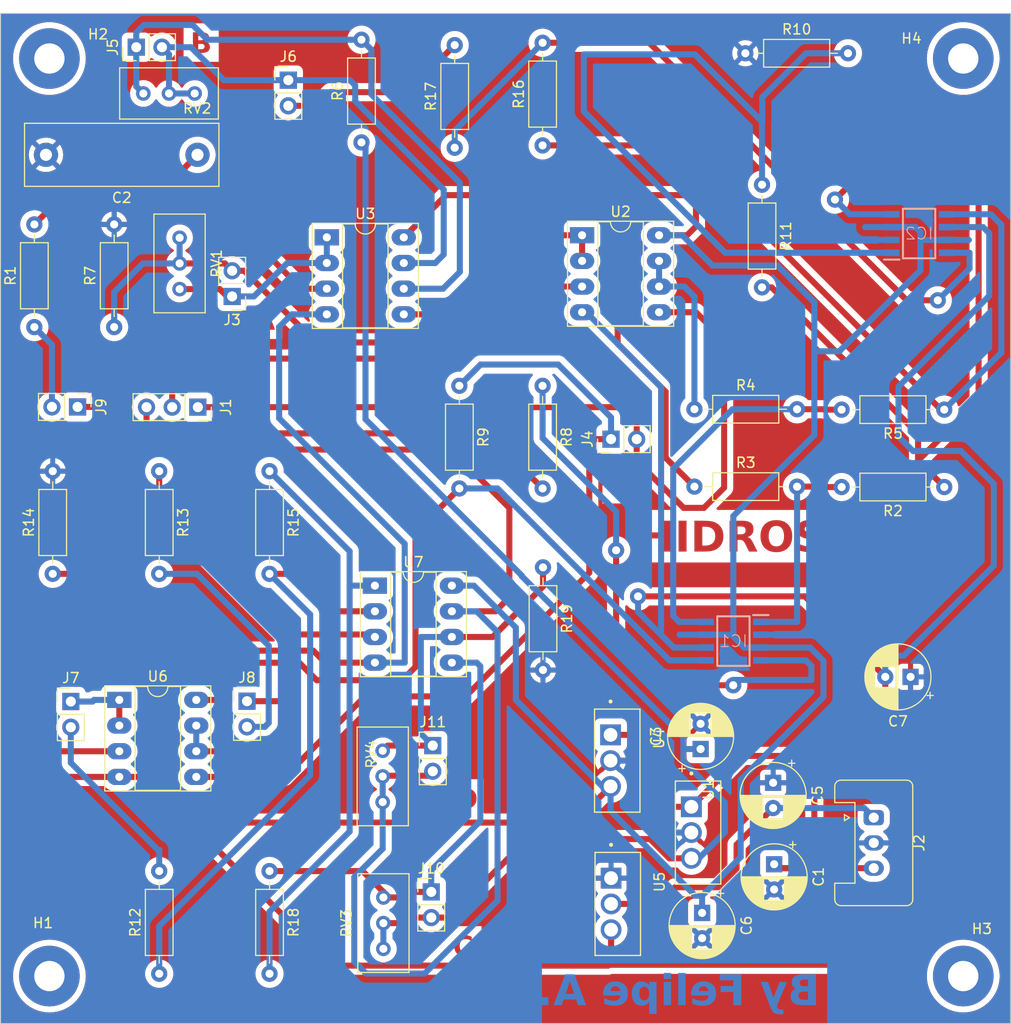
<source format=kicad_pcb>
(kicad_pcb (version 20221018) (generator pcbnew)
  (layers (0 "F.Cu" signal) (31 "B.Cu" signal) (34 "B.Paste" user) (35 "F.Paste" user) (36 "B.SilkS" user "B.Silkscreen") (37 "F.SilkS" user "F.Silkscreen") (38 "B.Mask" user) (39 "F.Mask" user) (44 "Edge.Cuts" user))
  (net 0 "")
  (net 1 "+12V")
  (net 2 "GND")
  (net 3 "Net-(U3A-+)")
  (net 4 "+5V")
  (net 5 "-12V")
  (net 6 "+9V")
  (net 7 "-9V")
  (net 8 "Net-(IC1-IN+)")
  (net 9 "Net-(IC1-OUT-)")
  (net 10 "Net-(IC1-OUT+)")
  (net 11 "Net-(IC1-IN-)")
  (net 12 "Net-(IC2-IN+)")
  (net 13 "VS-{slash}2")
  (net 14 "VS+{slash}2")
  (net 15 "Net-(IC2-IN-)")
  (net 16 "Net-(J1-Pin_1)")
  (net 17 "Net-(J1-Pin_2)")
  (net 18 "Net-(J1-Pin_3)")
  (net 19 "Net-(J3-Pin_1)")
  (net 20 "Net-(J3-Pin_2)")
  (net 21 "Net-(J4-Pin_1)")
  (net 22 "Net-(J5-Pin_1)")
  (net 23 "Net-(J5-Pin_2)")
  (net 24 "VS+")
  (net 25 "Net-(J7-Pin_1)")
  (net 26 "Net-(J7-Pin_2)")
  (net 27 "Net-(J8-Pin_1)")
  (net 28 "Net-(J8-Pin_2)")
  (net 29 "A0")
  (net 30 "A9")
  (net 31 "Net-(J10-Pin_1)")
  (net 32 "Net-(J11-Pin_1)")
  (net 33 "Net-(U2A--)")
  (net 34 "Net-(U2B--)")
  (net 35 "Net-(U7A--)")
  (net 36 "Net-(U7A-+)")
  (net 37 "Net-(R15-Pad1)")
  (footprint "Package_DIP:DIP-8_W7.62mm_Socket_LongPads" (layer "F.Cu") (at 105.7 114.49)
    (fp_text reference "U6")
    (fp_text value "TL072")
  )
  (footprint "Capacitor_THT:CP_Radial_D6.3mm_P2.50mm" (layer "F.Cu") (at 163.39 135.57 -90)
    (fp_text reference "C6")
    (fp_text value "0.1uF")
  )
  (footprint "Capacitor_THT:C_Rect_L19.0mm_W6.0mm_P15.00mm_MKS4" (layer "F.Cu") (at 113.44 60.54 180)
    (fp_text reference "C2")
    (fp_text value "470nF")
  )
  (footprint "MountingHole:MountingHole_3mm_Pad" (layer "F.Cu") (at 98.78 141.82)
    (fp_text reference "H1")
    (fp_text value "MountingHole")
  )
  (footprint "Resistor_THT:R_Axial_DIN0207_L6.3mm_D2.5mm_P10.16mm_Horizontal" (layer "F.Cu") (at 162.63 93.38)
    (fp_text reference "R3")
    (fp_text value "2K2")
  )
  (footprint "Potentiometer_THT:Potentiometer_Bourns_3296W_Vertical" (layer "F.Cu") (at 131.84 134.04 90)
    (fp_text reference "RV3")
    (fp_text value "R_Potentiometer_Trim" hide)
  )
  (footprint "Resistor_THT:R_Axial_DIN0207_L6.3mm_D2.5mm_P10.16mm_Horizontal" (layer "F.Cu") (at 138.9 59.84 90)
    (fp_text reference "R17")
    (fp_text value "1k")
  )
  (footprint "Resistor_THT:R_Axial_DIN0207_L6.3mm_D2.5mm_P10.16mm_Horizontal" (layer "F.Cu") (at 187.36 93.42 180)
    (fp_text reference "R2")
    (fp_text value "2K2")
  )
  (footprint "Package_DIP:DIP-8_W7.62mm_Socket_LongPads" (layer "F.Cu") (at 151.51 68.5)
    (fp_text reference "U2")
    (fp_text value "TL072")
  )
  (footprint "Resistor_THT:R_Axial_DIN0207_L6.3mm_D2.5mm_P10.16mm_Horizontal" (layer "F.Cu") (at 147.6 59.61 90)
    (fp_text reference "R16")
    (fp_text value "1k")
  )
  (footprint "Connector_PinHeader_2.54mm:PinHeader_1x02_P2.54mm_Vertical" (layer "F.Cu") (at 107.38 49.89 90)
    (fp_text reference "J5")
    (fp_text value "Conn_01x02")
  )
  (footprint "Potentiometer_THT:Potentiometer_Bourns_3296W_Vertical" (layer "F.Cu") (at 108.08 54.47 180)
    (fp_text reference "RV2")
    (fp_text value "R_Potentiometer_Trim")
  )
  (footprint "Resistor_THT:R_Axial_DIN0207_L6.3mm_D2.5mm_P10.16mm_Horizontal" (layer "F.Cu") (at 187.36 85.76 180)
    (fp_text reference "R5")
    (fp_text value "2K2")
  )
  (footprint "MountingHole:MountingHole_3mm_Pad" (layer "F.Cu") (at 98.78 51.01)
    (fp_text reference "H2")
    (fp_text value "MountingHole")
  )
  (footprint "Connector_Stocko:Stocko_MKS_1653-6-0-303_1x3_P2.50mm_Vertical" (layer "F.Cu") (at 180.38 126.14 -90)
    (fp_text reference "J2")
    (fp_text value "Conn_01x03")
  )
  (footprint "l7805:TO255P1020X450X2000-3" (layer "F.Cu") (at 162.99 127.6175 -90)
    (fp_text reference "U1")
    (fp_text value "L7805")
  )
  (footprint "l7805:TO255P1020X450X2000-3" (layer "F.Cu") (at 154.99 120.4975 -90)
    (fp_text reference "U4")
    (fp_text value "L7809")
  )
  (footprint "Connector_PinHeader_2.54mm:PinHeader_1x02_P2.54mm_Vertical" (layer "F.Cu") (at 136.73 119.01)
    (fp_text reference "J11")
    (fp_text value "Conn_01x02" hide)
  )
  (footprint "Resistor_THT:R_Axial_DIN0207_L6.3mm_D2.5mm_P10.16mm_Horizontal" (layer "F.Cu") (at 147.64 101.37 -90)
    (fp_text reference "R19")
    (fp_text value "1K")
  )
  (footprint "Resistor_THT:R_Axial_DIN0207_L6.3mm_D2.5mm_P10.16mm_Horizontal" (layer "F.Cu") (at 167.67 50.49)
    (fp_text reference "R10")
    (fp_text value "1k")
  )
  (footprint "Resistor_THT:R_Axial_DIN0207_L6.3mm_D2.5mm_P10.16mm_Horizontal" (layer "F.Cu") (at 120.57 91.85 -90)
    (fp_text reference "R15")
    (fp_text value "1K")
  )
  (footprint "MountingHole:MountingHole_3mm_Pad" (layer "F.Cu") (at 189.24 51.01)
    (fp_text reference "H4")
    (fp_text value "MountingHole")
  )
  (footprint "Connector_PinHeader_2.54mm:PinHeader_1x02_P2.54mm_Vertical" (layer "F.Cu") (at 100.9 114.65)
    (fp_text reference "J7")
    (fp_text value "Conn_01x02" hide)
  )
  (footprint "Resistor_THT:R_Axial_DIN0207_L6.3mm_D2.5mm_P10.16mm_Horizontal" (layer "F.Cu") (at 97.29 77.59 90)
    (fp_text reference "R1")
    (fp_text value "10K")
  )
  (footprint "Resistor_THT:R_Axial_DIN0207_L6.3mm_D2.5mm_P10.16mm_Horizontal" (layer "F.Cu") (at 147.6 83.4 -90)
    (fp_text reference "R8")
    (fp_text value "2K2")
  )
  (footprint "Connector_PinHeader_2.54mm:PinHeader_1x02_P2.54mm_Vertical" (layer "F.Cu") (at 122.43 53.15)
    (fp_text reference "J6")
    (fp_text value "Conn_01x02")
  )
  (footprint "Resistor_THT:R_Axial_DIN0207_L6.3mm_D2.5mm_P10.16mm_Horizontal" (layer "F.Cu") (at 169.32 63.5 -90)
    (fp_text reference "R11")
    (fp_text value "1k")
  )
  (footprint "Resistor_THT:R_Axial_DIN0207_L6.3mm_D2.5mm_P10.16mm_Horizontal" (layer "F.Cu") (at 109.65 141.59 90)
    (fp_text reference "R12")
    (fp_text value "1K")
  )
  (footprint "Resistor_THT:R_Axial_DIN0207_L6.3mm_D2.5mm_P10.16mm_Horizontal" (layer "F.Cu") (at 99.11 102.01 90)
    (fp_text reference "R14")
    (fp_text value "1K")
  )
  (footprint "MountingHole:MountingHole_3mm_Pad" (layer "F.Cu") (at 189.24 141.82)
    (fp_text reference "H3")
    (fp_text value "MountingHole")
  )
  (footprint "Resistor_THT:R_Axial_DIN0207_L6.3mm_D2.5mm_P10.16mm_Horizontal" (layer "F.Cu") (at 120.57 131.43 -90)
    (fp_text reference "R18")
    (fp_text value "1K")
  )
  (footprint "Resistor_THT:R_Axial_DIN0207_L6.3mm_D2.5mm_P10.16mm_Horizontal" (layer "F.Cu") (at 162.63 85.72)
    (fp_text reference "R4")
    (fp_text value "2K2")
  )
  (footprint "Resistor_THT:R_Axial_DIN0207_L6.3mm_D2.5mm_P10.16mm_Horizontal" (layer "F.Cu") (at 105.19 77.59 90)
    (fp_text reference "R7")
    (fp_text value "1K")
  )
  (footprint "Capacitor_THT:CP_Radial_D6.3mm_P2.50mm" (layer "F.Cu") (at 170.42 122.69 -90)
    (fp_text reference "C5")
    (fp_text value "0.33uF")
  )
  (footprint "Resistor_THT:R_Axial_DIN0207_L6.3mm_D2.5mm_P10.16mm_Horizontal" (layer "F.Cu") (at 129.67 59.31 90)
    (fp_text reference "R6")
    (fp_text value "1K")
  )
  (footprint "Package_DIP:DIP-8_W7.62mm_Socket_LongPads" (layer "F.Cu") (at 131 103.18)
    (fp_text reference "U7")
    (fp_text value "TL072")
  )
  (footprint "l7805:TO255P1020X450X2000-3" (layer "F.Cu") (at 155.0425 134.68 -90)
    (fp_text reference "U5")
    (fp_text value "L7909")
  )
  (footprint "Potentiometer_THT:Potentiometer_Bourns_3296W_Vertical" (layer "F.Cu") (at 131.77 119.52 90)
    (fp_text reference "RV4")
    (fp_text value "R_Potentiometer_Trim" hide)
  )
  (footprint "Capacitor_THT:CP_Radial_D6.3mm_P2.50mm" (layer "F.Cu") (at 184.0224 112.21 180)
    (fp_text reference "C7")
    (fp_text value "0.1uF")
  )
  (footprint "Capacitor_THT:CP_Radial_D6.3mm_P2.50mm" (layer "F.Cu") (at 170.52 130.75 -90)
    (fp_text reference "C1")
    (fp_text value "0.33uF")
  )
  (footprint "Capacitor_THT:CP_Radial_D6.3mm_P2.50mm" (layer "F.Cu") (at 163.24 119.35 90)
    (fp_text reference "C3")
    (fp_text value "0.1uF")
  )
  (footprint "Connector_PinHeader_2.54mm:PinHeader_1x02_P2.54mm_Vertical" (layer "F.Cu") (at 116.87 74.555 180)
    (fp_text reference "J3")
    (fp_text value "Conn_01x02" hide)
  )
  (footprint "Connector_PinHeader_2.54mm:PinHeader_1x02_P2.54mm_Vertical" (layer "F.Cu") (at 118.34 114.615)
    (fp_text reference "J8")
    (fp_text value "Conn_01x02" hide)
  )
  (footprint "Connector_PinSocket_2.54mm:PinSocket_1x03_P2.54mm_Vertical" (layer "F.Cu") (at 113.475 85.515 -90)
    (fp_text reference "J1")
    (fp_text value "Conn_01x03" hide)
  )
  (footprint "Package_DIP:DIP-8_W7.62mm_Socket_LongPads" (layer "F.Cu") (at 126.24 68.71)
    (fp_text reference "U3")
    (fp_text value "TL072")
  )
  (footprint "Potentiometer_THT:Potentiometer_Bourns_3296W_Vertical" (layer "F.Cu") (at 111.67 73.83 -90)
    (fp_text reference "RV1")
    (fp_text value "R_Potentiometer_Trim" hide)
  )
  (footprint "Resistor_THT:R_Axial_DIN0207_L6.3mm_D2.5mm_P10.16mm_Horizontal" (layer "F.Cu") (at 139.36 83.4 -90)
    (fp_text reference "R9")
    (fp_text value "2K2")
  )
  (footprint "Connector_PinHeader_2.54mm:PinHeader_1x02_P2.54mm_Vertical" (layer "F.Cu") (at 154.375 88.68 90)
    (fp_text reference "J4")
    (fp_text value "Conn_01x02" hide)
  )
  (footprint "Connector_PinHeader_2.54mm:PinHeader_1x02_P2.54mm_Vertical" (layer "F.Cu") (at 101.57 85.49 -90)
    (fp_text reference "J9")
    (fp_text value "Conn_01x02" hide)
  )
  (footprint "Resistor_THT:R_Axial_DIN0207_L6.3mm_D2.5mm_P10.16mm_Horizontal" (layer "F.Cu") (at 109.65 91.85 -90)
    (fp_text reference "R13")
    (fp_text value "1K")
  )
  (footprint "Connector_PinHeader_2.54mm:PinHeader_1x02_P2.54mm_Vertical" (layer "F.Cu") (at 136.58 133.49)
    (fp_text reference "J10")
    (fp_text value "Conn_01x02" hide)
  )
  (footprint "THP210DR:SOIC127P600X175-8N" (layer "B.Cu") (at 166.49 108.67 180)
    (fp_text reference "IC1")
    (fp_text value "THP210DR")
  )
  (footprint "THP210DR:SOIC127P600X175-8N" (layer "B.Cu") (at 184.87 68.33)
    (fp_text reference "IC2")
    (fp_text value "THP210DR")
  )
  (gr_rect (start 93.94 46.53) (end 193.94 146.53) (stroke (width 0.1)) (fill none) (layer "Edge.Cuts"))
  (gr_text "RE" (at 108.68 80.3) (layer "F.Cu") (effects (font (size 2 2) (thickness 0.3) bold) (justify left bottom)))
  (gr_text "A" (at 118.96 78.19) (layer "F.Cu") (effects (font (size 2 2) (thickness 0.3) bold) (justify left bottom)))
  (gr_text "D" (at 138.89 125.6) (layer "F.Cu") (effects (font (size 2 2) (thickness 0.3) bold) (justify left bottom)))
  (gr_text "B" (at 112.73 50.79) (layer "F.Cu") (effects (font (size 2 2) (thickness 0.3) bold) (justify left bottom)))
  (gr_text "A9|A0\n" (at 96.21 89.88) (layer "F.Cu") (effects (font (size 2 2) (thickness 0.3) bold) (justify left bottom)))
  (gr_text "VS" (at 120.71 61.29) (layer "F.Cu") (effects (font (size 2 2) (thickness 0.3) bold) (justify left bottom)))
  (gr_text "iR\n" (at 154.22 94.47) (layer "F.Cu") (effects (font (size 2 2) (thickness 0.3) bold) (justify left bottom)))
  (gr_text "AE" (at 104.31 83.76) (layer "F.Cu") (effects (font (size 2 2) (thickness 0.3) bold) (justify left bottom)))
  (gr_text "WE\n" (at 113.76 83.81) (layer "F.Cu") (effects (font (size 2 2) (thickness 0.3) bold) (justify left bottom)))
  (gr_text "HIDROSENS" (at 157.16 100.32) (layer "F.Cu") (effects (font (size 3 3) (thickness 0.3) bold) (justify left bottom)))
  (gr_text "C" (at 138.71 140.2) (layer "F.Cu") (effects (font (size 2 2) (thickness 0.3) bold) (justify left bottom)))
  (gr_text "By Felipe A.S" (at 175.05 145.21) (layer "B.Cu") (effects (font (size 3 3) (thickness 0.3) bold) (justify left bottom mirror)))
  (segment (start 167.365 120.03) (end 162.3275 125.0675) (width 0.6) (layer "F.Cu") (net 1))
  (segment (start 170.91 131.14) (end 174.5 131.14) (width 0.6) (layer "F.Cu") (net 1))
  (segment (start 170.91 131.14) (end 170.52 130.75) (width 0.6) (layer "F.Cu") (net 1))
  (segment (start 156.2775 117.9475) (end 158.95 120.62) (width 0.6) (layer "F.Cu") (net 1))
  (segment (start 180.38 131.14) (end 170.91 131.14) (width 0.6) (layer "F.Cu") (net 1))
  (segment (start 174.5 131.14) (end 174.5 121.29) (width 0.6) (layer "F.Cu") (net 1))
  (segment (start 174.5 121.29) (end 173.24 120.03) (width 0.6) (layer "F.Cu") (net 1))
  (segment (start 158.95 120.62) (end 158.95 123.85) (width 0.6) (layer "F.Cu") (net 1))
  (segment (start 154.3275 117.9475) (end 156.2775 117.9475) (width 0.6) (layer "F.Cu") (net 1))
  (segment (start 173.24 120.03) (end 167.365 120.03) (width 0.6) (layer "F.Cu") (net 1))
  (segment (start 160.1675 125.0675) (end 162.3275 125.0675) (width 0.6) (layer "F.Cu") (net 1))
  (segment (start 158.95 123.85) (end 160.1675 125.0675) (width 0.6) (layer "F.Cu") (net 1))
  (segment (start 169.201 108.035) (end 170.8669 108.035) (width 0.6) (layer "B.Cu") (net 2))
  (segment (start 154.3275 120.4975) (end 157.1475 120.4975) (width 0.6) (layer "B.Cu") (net 2))
  (segment (start 162.3275 127.6175) (end 159.3675 127.6175) (width 0.6) (layer "B.Cu") (net 2))
  (segment (start 157.1475 120.4975) (end 157.17 120.52) (width 0.6) (layer "B.Cu") (net 2))
  (segment (start 182.159 68.965) (end 177.175 68.965) (width 0.6) (layer "B.Cu") (net 2))
  (segment (start 170.8669 108.035) (end 170.8669 108.0349) (width 0.6) (layer "B.Cu") (net 2))
  (segment (start 159.3675 127.6175) (end 159.36 127.61) (width 0.6) (layer "B.Cu") (net 2))
  (segment (start 177.175 68.965) (end 175.98 67.77) (width 0.6) (layer "B.Cu") (net 2))
  (segment (start 170.8669 108.0349) (end 180.5727 108.0349) (width 0.6) (layer "B.Cu") (net 2))
  (segment (start 112.1596 62.2115) (end 123.7381 73.79) (width 0.6) (layer "F.Cu") (net 3))
  (segment (start 113.44 60.54) (end 112.1596 61.8204) (width 0.6) (layer "F.Cu") (net 3))
  (segment (start 102.8996 61.8204) (end 111.7685 61.8204) (width 0.6) (layer "F.Cu") (net 3))
  (segment (start 112.1596 61.8204) (end 112.1596 62.2115) (width 0.6) (layer "F.Cu") (net 3))
  (segment (start 111.7685 61.8204) (end 112.1596 62.2115) (width 0.6) (layer "F.Cu") (net 3))
  (segment (start 126.24 73.79) (end 123.7381 73.79) (width 0.6) (layer "F.Cu") (net 3))
  (segment (start 97.29 67.43) (end 102.8996 61.8204) (width 0.6) (layer "F.Cu") (net 3))
  (segment (start 146.1019 128.26) (end 158.24 128.26) (width 0.6) (layer "F.Cu") (net 4))
  (segment (start 136.58 136.03) (end 134.8281 136.03) (width 0.6) (layer "F.Cu") (net 4))
  (segment (start 136.58 136.03) (end 138.3319 136.03) (width 0.6) (layer "F.Cu") (net 4))
  (segment (start 134.2781 136.58) (end 131.84 136.58) (width 0.6) (layer "F.Cu") (net 4))
  (segment (start 158.24 128.26) (end 160.1475 130.1675) (width 0.6) (layer "F.Cu") (net 4))
  (segment (start 138.3319 136.03) (end 146.1019 128.26) (width 0.6) (layer "F.Cu") (net 4))
  (segment (start 134.8281 136.03) (end 134.2781 136.58) (width 0.6) (layer "F.Cu") (net 4))
  (segment (start 160.1475 130.1675) (end 162.3275 130.1675) (width 0.6) (layer "F.Cu") (net 4))
  (segment (start 163.069083 130.1675) (end 165.64 127.596583) (width 0.6) (layer "B.Cu") (net 4))
  (segment (start 130.07 59.71) (end 130.07 86.71) (width 0.6) (layer "B.Cu") (net 4))
  (segment (start 146.770151 103.47) (end 146.83 103.47) (width 0.6) (layer "B.Cu") (net 4))
  (segment (start 131.84 136.58) (end 131.84 139.12) (width 0.6) (layer "B.Cu") (net 4))
  (segment (start 130.07 86.71) (end 145.54 102.18) (width 0.6) (layer "B.Cu") (net 4))
  (segment (start 165.64 127.596583) (end 165.64 124.66) (width 0.6) (layer "B.Cu") (net 4))
  (segment (start 165.64 124.66) (end 161.5381 120.5581) (width 0.6) (layer "B.Cu") (net 4))
  (segment (start 161.5381 120.5581) (end 161.5381 119.35) (width 0.6) (layer "B.Cu") (net 4))
  (segment (start 145.54 102.18) (end 145.54 102.239849) (width 0.6) (layer "B.Cu") (net 4))
  (segment (start 161.5381 118.1781) (end 161.5381 119.35) (width 0.6) (layer "B.Cu") (net 4))
  (segment (start 129.67 59.31) (end 130.07 59.71) (width 0.6) (layer "B.Cu") (net 4))
  (segment (start 162.3275 130.1675) (end 163.069083 130.1675) (width 0.6) (layer "B.Cu") (net 4))
  (segment (start 146.83 103.47) (end 161.5381 118.1781) (width 0.6) (layer "B.Cu") (net 4))
  (segment (start 161.5381 119.35) (end 163.24 119.35) (width 0.6) (layer "B.Cu") (net 4))
  (segment (start 145.54 102.239849) (end 146.770151 103.47) (width 0.6) (layer "B.Cu") (net 4))
  (segment (start 160.72 133.03) (end 164.96 133.03) (width 0.6) (layer "F.Cu") (net 5))
  (segment (start 159.07 134.68) (end 160.72 133.03) (width 0.6) (layer "F.Cu") (net 5))
  (segment (start 166.8 128.81) (end 170.42 125.19) (width 0.6) (layer "F.Cu") (net 5))
  (segment (start 166.8 131.19) (end 166.8 128.81) (width 0.6) (layer "F.Cu") (net 5))
  (segment (start 154.38 134.68) (end 159.07 134.68) (width 0.6) (layer "F.Cu") (net 5))
  (segment (start 164.96 133.03) (end 166.8 131.19) (width 0.6) (layer "F.Cu") (net 5))
  (segment (start 179.43 125.19) (end 170.42 125.19) (width 0.6) (layer "B.Cu") (net 5))
  (segment (start 180.38 126.14) (end 179.43 125.19) (width 0.6) (layer "B.Cu") (net 5))
  (segment (start 154.3275 123.0475) (end 150.7441 126.6309) (width 0.6) (layer "F.Cu") (net 6))
  (segment (start 150.7441 126.6309) (end 114.461 126.6309) (width 0.6) (layer "F.Cu") (net 6))
  (segment (start 116.19 112.465) (end 116.19 113.82) (width 0.6) (layer "F.Cu") (net 6))
  (segment (start 115.735 112.01) (end 116.19 112.465) (width 0.6) (layer "F.Cu") (net 6))
  (segment (start 110.16 112.01) (end 115.735 112.01) (width 0.6) (layer "F.Cu") (net 6))
  (segment (start 116.19 113.82) (end 115.52 114.49) (width 0.6) (layer "F.Cu") (net 6))
  (segment (start 162.78 64.530499) (end 162.78 67.62) (width 0.6) (layer "F.Cu") (net 6))
  (segment (start 133.86 68.71) (end 138.039501 64.530499) (width 0.6) (layer "F.Cu") (net 6))
  (segment (start 115.52 114.49) (end 113.32 114.49) (width 0.6) (layer "F.Cu") (net 6))
  (segment (start 110.16 122.3299) (end 110.16 112.01) (width 0.6) (layer "F.Cu") (net 6))
  (segment (start 138.039501 64.530499) (end 162.78 64.530499) (width 0.6) (layer "F.Cu") (net 6))
  (segment (start 114.461 126.6309) (end 110.16 122.3299) (width 0.6) (layer "F.Cu") (net 6))
  (segment (start 161.9 68.5) (end 159.13 68.5) (width 0.6) (layer "F.Cu") (net 6))
  (segment (start 162.78 67.62) (end 161.9 68.5) (width 0.6) (layer "F.Cu") (net 6))
  (segment (start 189.785 68.965) (end 189.79 68.97) (width 0.6) (layer "B.Cu") (net 6))
  (segment (start 175.4 110.623649) (end 174.081351 109.305) (width 0.6) (layer "B.Cu") (net 6))
  (segment (start 187.581 68.965) (end 185.025 68.965) (width 0.6) (layer "B.Cu") (net 6))
  (segment (start 163.779 108.035) (end 165.4449 108.035) (width 0.6) (layer "B.Cu") (net 6))
  (segment (start 176.9759 79.9841) (end 174.5017 79.9841) (width 0.6) (layer "B.Cu") (net 6))
  (segment (start 154.3275 123.0475) (end 154.3275 125.4775) (width 0.6) (layer "B.Cu") (net 6))
  (segment (start 166.3038 108.035) (end 166.48 107.8588) (width 0.6) (layer "B.Cu") (net 6))
  (segment (start 185.025 68.965) (end 185 68.99) (width 0.6) (layer "B.Cu") (net 6))
  (segment (start 166.48 96.29) (end 174.5017 88.2683) (width 0.6) (layer "B.Cu") (net 6))
  (segment (start 161.4269 68.5) (end 164.4269 71.5) (width 0.6) (layer "B.Cu") (net 6))
  (segment (start 175.4 114.19635) (end 175.4 110.623649) (width 0.6) (layer "B.Cu") (net 6))
  (segment (start 179.535 67.695) (end 179.53 67.7) (width 0.6) (layer "B.Cu") (net 6))
  (segment (start 185 71.96) (end 176.9759 79.9841) (width 0.6) (layer "B.Cu") (net 6))
  (segment (start 144.9517 114.487) (end 153.5122 123.0475) (width 0.6) (layer "B.Cu") (net 6))
  (segment (start 174.5017 75.1517) (end 174.5017 79.9841) (width 0.6) (layer "B.Cu") (net 6))
  (segment (start 185 68.17) (end 185 68.99) (width 0.6) (layer "B.Cu") (net 6))
  (segment (start 165.4449 108.035) (end 166.3038 108.035) (width 0.6) (layer "B.Cu") (net 6))
  (segment (start 167.5351 109.2663) (end 167.5351 109.305) (width 0.6) (layer "B.Cu") (net 6))
  (segment (start 161.175 108.035) (end 161.17 108.03) (width 0.6) (layer "B.Cu") (net 6))
  (segment (start 154.3275 125.4775) (end 162.7181 133.8681) (width 0.6) (layer "B.Cu") (net 6))
  (segment (start 163.39 133.8681) (end 167.209501 130.048599) (width 0.6) (layer "B.Cu") (net 6))
  (segment (start 138.62 103.18) (end 140.8 103.18) (width 0.6) (layer "B.Cu") (net 6))
  (segment (start 167.209501 130.048599) (end 167.209501 122.386849) (width 0.6) (layer "B.Cu") (net 6))
  (segment (start 187.581 68.965) (end 189.785 68.965) (width 0.6) (layer "B.Cu") (net 6))
  (segment (start 153.5122 123.0475) (end 154.3275 123.0475) (width 0.6) (layer "B.Cu") (net 6))
  (segment (start 163.39 135.57) (end 163.39 133.8681) (width 0.6) (layer "B.Cu") (net 6))
  (segment (start 166.48 107.8588) (end 166.48 96.29) (width 0.6) (layer "B.Cu") (net 6))
  (segment (start 169.201 109.305) (end 167.5351 109.305) (width 0.6) (layer "B.Cu") (net 6))
  (segment (start 167.209501 122.386849) (end 175.4 114.19635) (width 0.6) (layer "B.Cu") (net 6))
  (segment (start 170.85 71.5) (end 174.5017 75.1517) (width 0.6) (layer "B.Cu") (net 6))
  (segment (start 174.5017 88.2683) (end 174.5017 79.9841) (width 0.6) (layer "B.Cu") (net 6))
  (segment (start 182.159 67.695) (end 184.525 67.695) (width 0.6) (layer "B.Cu") (net 6))
  (segment (start 185 68.99) (end 185 71.96) (width 0.6) (layer "B.Cu") (net 6))
  (segment (start 164.4269 71.5) (end 170.85 71.5) (width 0.6) (layer "B.Cu") (net 6))
  (segment (start 166.3038 108.035) (end 167.5351 109.2663) (width 0.6) (layer "B.Cu") (net 6))
  (segment (start 140.8 103.18) (end 144.9517 107.3317) (width 0.6) (layer "B.Cu") (net 6))
  (segment (start 144.9517 107.3317) (end 144.9517 114.487) (width 0.6) (layer "B.Cu") (net 6))
  (segment (start 184.525 67.695) (end 185 68.17) (width 0.6) (layer "B.Cu") (net 6))
  (segment (start 182.159 67.695) (end 179.535 67.695) (width 0.6) (layer "B.Cu") (net 6))
  (segment (start 162.7181 133.8681) (end 163.39 133.8681) (width 0.6) (layer "B.Cu") (net 6))
  (segment (start 174.081351 109.305) (end 169.201 109.305) (width 0.6) (layer "B.Cu") (net 6))
  (segment (start 163.779 108.035) (end 161.175 108.035) (width 0.6) (layer "B.Cu") (net 6))
  (segment (start 159.13 68.5) (end 161.4269 68.5) (width 0.6) (layer "B.Cu") (net 6))
  (segment (start 181.5224 112.21) (end 173.5524 104.24) (width 0.6) (layer "F.Cu") (net 7))
  (segment (start 126.8737 140.7837) (end 108.2 122.11) (width 0.6) (layer "F.Cu") (net 7))
  (segment (start 124.897465 109.610998) (end 98.302652 109.610998) (width 0.6) (layer "F.Cu") (net 7))
  (segment (start 131 110.8) (end 126.086467 110.8) (width 0.6) (layer "F.Cu") (net 7))
  (segment (start 108.2 122.11) (end 105.7 122.11) (width 0.6) (layer "F.Cu") (net 7))
  (segment (start 97.1 122.11) (end 105.7 122.11) (width 0.6) (layer "F.Cu") (net 7))
  (segment (start 154.38 137.23) (end 154.38 140.7033) (width 0.6) (layer "F.Cu") (net 7))
  (segment (start 178.8167 140.7033) (end 184.65 134.87) (width 0.6) (layer "F.Cu") (net 7))
  (segment (start 98.302652 109.610998) (end 96.020499 111.893151) (width 0.6) (layer "F.Cu") (net 7))
  (segment (start 154.38 140.4766) (end 154.0729 140.7837) (width 0.6) (layer "F.Cu") (net 7))
  (segment (start 154.38 140.7033) (end 178.8167 140.7033) (width 0.6) (layer "F.Cu") (net 7))
  (segment (start 181.5224 113.9159) (end 181.5224 112.21) (width 0.6) (layer "F.Cu") (net 7))
  (segment (start 184.65 134.87) (end 184.65 117.0435) (width 0.6) (layer "F.Cu") (net 7))
  (segment (start 184.65 117.0435) (end 181.5224 113.9159) (width 0.6) (layer "F.Cu") (net 7))
  (segment (start 154.38 137.23) (end 154.38 140.4766) (width 0.6) (layer "F.Cu") (net 7))
  (segment (start 96.020499 111.893151) (end 96.020499 121.030499) (width 0.6) (layer "F.Cu") (net 7))
  (segment (start 154.0729 140.7837) (end 126.8737 140.7837) (width 0.6) (layer "F.Cu") (net 7))
  (segment (start 173.5524 104.24) (end 157.05 104.24) (width 0.6) (layer "F.Cu") (net 7))
  (segment (start 126.086467 110.8) (end 124.897465 109.610998) (width 0.6) (layer "F.Cu") (net 7))
  (segment (start 96.020499 121.030499) (end 97.1 122.11) (width 0.6) (layer "F.Cu") (net 7))
  (via (at 157.05 104.24) (size 1.6) (drill 0.8) (layers "F.Cu" "B.Cu") (net 7))
  (segment (start 159.330499 83.540499) (end 159.330499 108.050499) (width 0.6) (layer "B.Cu") (net 7))
  (segment (start 151.91 76.12) (end 159.330499 83.540499) (width 0.6) (layer "B.Cu") (net 7))
  (segment (start 183.35 110.11) (end 192.26 101.2) (width 0.6) (layer "B.Cu") (net 7))
  (segment (start 159.330499 108.050499) (end 157.05 105.77) (width 0.6) (layer "B.Cu") (net 7))
  (segment (start 181.5224 112.21) (end 181.5224 110.51) (width 0.6) (layer "B.Cu") (net 7))
  (segment (start 182.83 88.42) (end 182.83 83.48) (width 0.6) (layer "B.Cu") (net 7))
  (segment (start 191.81 74.5) (end 191.81 68.304501) (width 0.6) (layer "B.Cu") (net 7))
  (segment (start 133.95 110.8) (end 131 110.8) (width 0.6) (layer "B.Cu") (net 7))
  (segment (start 122.76 76.33) (end 121.52 77.57) (width 0.6) (layer "B.Cu") (net 7))
  (segment (start 191.200499 67.695) (end 187.581 67.695) (width 0.6) (layer "B.Cu") (net 7))
  (segment (start 192.26 93.11) (end 189 89.85) (width 0.6) (layer "B.Cu") (net 7))
  (segment (start 126.24 76.33) (end 122.76 76.33) (width 0.6) (layer "B.Cu") (net 7))
  (segment (start 191.81 68.304501) (end 191.200499 67.695) (width 0.6) (layer "B.Cu") (net 7))
  (segment (start 182.83 83.48) (end 191.81 74.5) (width 0.6) (layer "B.Cu") (net 7))
  (segment (start 184.26 89.85) (end 182.83 88.42) (width 0.6) (layer "B.Cu") (net 7))
  (segment (start 189 89.85) (end 184.26 89.85) (width 0.6) (layer "B.Cu") (net 7))
  (segment (start 121.52 86.6105) (end 133.95 99.0405) (width 0.6) (layer "B.Cu") (net 7))
  (segment (start 133.95 99.0405) (end 133.95 110.8) (width 0.6) (layer "B.Cu") (net 7))
  (segment (start 192.26 101.2) (end 192.26 93.11) (width 0.6) (layer "B.Cu") (net 7))
  (segment (start 181.5224 110.51) (end 181.9224 110.11) (width 0.6) (layer "B.Cu") (net 7))
  (segment (start 181.9224 110.11) (end 183.35 110.11) (width 0.6) (layer "B.Cu") (net 7))
  (segment (start 159.330499 108.050499) (end 160.585 109.305) (width 0.6) (layer "B.Cu") (net 7))
  (segment (start 157.05 105.77) (end 157.05 104.24) (width 0.6) (layer "B.Cu") (net 7))
  (segment (start 160.585 109.305) (end 163.779 109.305) (width 0.6) (layer "B.Cu") (net 7))
  (segment (start 151.51 76.12) (end 151.91 76.12) (width 0.6) (layer "B.Cu") (net 7))
  (segment (start 121.52 77.57) (end 121.52 86.6105) (width 0.6) (layer "B.Cu") (net 7))
  (segment (start 177.2 85.76) (end 175.4981 85.76) (width 0.6) (layer "F.Cu") (net 8))
  (segment (start 175.4581 85.72) (end 175.4981 85.76) (width 0.6) (layer "F.Cu") (net 8))
  (segment (start 172.79 85.72) (end 175.4581 85.72) (width 0.6) (layer "F.Cu") (net 8))
  (segment (start 160.53 106.17) (end 160.53 91.59) (width 0.6) (layer "B.Cu") (net 8))
  (segment (start 166.4 85.72) (end 172.79 85.72) (width 0.6) (layer "B.Cu") (net 8))
  (segment (start 163.779 106.765) (end 161.125 106.765) (width 0.6) (layer "B.Cu") (net 8))
  (segment (start 161.125 106.765) (end 160.53 106.17) (width 0.6) (layer "B.Cu") (net 8))
  (segment (start 160.53 91.59) (end 166.4 85.72) (width 0.6) (layer "B.Cu") (net 8))
  (segment (start 135.02 111.22) (end 133.7014 112.5386) (width 0.6) (layer "F.Cu") (net 9))
  (segment (start 123.513199 110.810499) (end 98.799501 110.810499) (width 0.6) (layer "F.Cu") (net 9))
  (segment (start 133.7014 112.5386) (end 125.2413 112.5386) (width 0.6) (layer "F.Cu") (net 9))
  (segment (start 97.22 118.83) (end 97.96 119.57) (width 0.6) (layer "F.Cu") (net 9))
  (segment (start 97.22 112.39) (end 97.22 118.83) (width 0.6) (layer "F.Cu") (net 9))
  (segment (start 125.2413 112.5386) (end 123.513199 110.810499) (width 0.6) (layer "F.Cu") (net 9))
  (segment (start 97.96 119.57) (end 105.7 119.57) (width 0.6) (layer "F.Cu") (net 9))
  (segment (start 135.02 97.9) (end 135.02 111.22) (width 0.6) (layer "F.Cu") (net 9))
  (segment (start 98.799501 110.810499) (end 97.22 112.39) (width 0.6) (layer "F.Cu") (net 9))
  (segment (start 139.36 93.56) (end 135.02 97.9) (width 0.6) (layer "F.Cu") (net 9))
  (segment (start 139.36 93.56) (end 143.14365 93.56) (width 0.6) (layer "B.Cu") (net 9))
  (segment (start 143.14365 93.56) (end 160.15865 110.575) (width 0.6) (layer "B.Cu") (net 9))
  (segment (start 160.15865 110.575) (end 163.779 110.575) (width 0.6) (layer "B.Cu") (net 9))
  (segment (start 154.8778 99.6766) (end 154.8778 108.4478) (width 0.6) (layer "F.Cu") (net 10))
  (segment (start 159.47 113.04) (end 166.47 113.04) (width 0.6) (layer "F.Cu") (net 10))
  (segment (start 154.8778 108.4478) (end 159.47 113.04) (width 0.6) (layer "F.Cu") (net 10))
  (via (at 166.47 113.04) (size 1.6) (drill 0.8) (layers "F.Cu" "B.Cu") (net 10))
  (via (at 154.8778 99.6766) (size 1.6) (drill 0.8) (layers "F.Cu" "B.Cu") (net 10))
  (segment (start 169.201 110.575) (end 173.655 110.575) (width 0.6) (layer "B.Cu") (net 10))
  (segment (start 154.8778 95.8478) (end 147.6 88.57) (width 0.6) (layer "B.Cu") (net 10))
  (segment (start 173.655 110.575) (end 174.200499 111.120499) (width 0.6) (layer "B.Cu") (net 10))
  (segment (start 147.6 88.57) (end 147.6 83.4) (width 0.6) (layer "B.Cu") (net 10))
  (segment (start 154.8778 99.6766) (end 154.8778 95.8478) (width 0.6) (layer "B.Cu") (net 10))
  (segment (start 174.200499 112.51) (end 166.43 112.51) (width 0.6) (layer "B.Cu") (net 10))
  (segment (start 174.200499 111.120499) (end 174.200499 112.51) (width 0.6) (layer "B.Cu") (net 10))
  (segment (start 177.2 93.42) (end 174.5319 93.42) (width 0.6) (layer "F.Cu") (net 11))
  (segment (start 174.5319 93.42) (end 174.4919 93.38) (width 0.6) (layer "F.Cu") (net 11))
  (segment (start 172.79 93.38) (end 174.4919 93.38) (width 0.6) (layer "F.Cu") (net 11))
  (segment (start 169.201 106.765) (end 172.79 106.765) (width 0.6) (layer "B.Cu") (net 11))
  (segment (start 172.79 106.765) (end 172.79 93.38) (width 0.6) (layer "B.Cu") (net 11))
  (segment (start 183.65 74.94) (end 186.72 74.94) (width 0.6) (layer "F.Cu") (net 12))
  (segment (start 147.6 49.45) (end 158.16 49.45) (width 0.6) (layer "F.Cu") (net 12))
  (segment (start 158.16 49.45) (end 183.65 74.94) (width 0.6) (layer "F.Cu") (net 12))
  (via (at 186.72 74.94) (size 1.6) (drill 0.8) (layers "F.Cu" "B.Cu") (net 12))
  (segment (start 138.9 58.15) (end 147.6 49.45) (width 0.6) (layer "B.Cu") (net 12))
  (segment (start 189.860998 71.799002) (end 186.72 74.94) (width 0.6) (layer "B.Cu") (net 12))
  (segment (start 189.860998 70.235) (end 189.860998 71.799002) (width 0.6) (layer "B.Cu") (net 12))
  (segment (start 138.9 59.84) (end 138.9 58.15) (width 0.6) (layer "B.Cu") (net 12))
  (segment (start 187.581 70.235) (end 189.860998 70.235) (width 0.6) (layer "B.Cu") (net 12))
  (segment (start 187.36 85.76) (end 187.03 85.76) (width 0.6) (layer "F.Cu") (net 13))
  (segment (start 187.03 85.76) (end 160.88 59.61) (width 0.6) (layer "F.Cu") (net 13))
  (segment (start 160.88 59.61) (end 147.6 59.61) (width 0.6) (layer "F.Cu") (net 13))
  (segment (start 193.009501 67.463149) (end 193.009501 80.110499) (width 0.6) (layer "B.Cu") (net 13))
  (segment (start 191.971352 66.425) (end 193.009501 67.463149) (width 0.6) (layer "B.Cu") (net 13))
  (segment (start 193.009501 80.110499) (end 187.36 85.76) (width 0.6) (layer "B.Cu") (net 13))
  (segment (start 187.581 66.425) (end 191.971352 66.425) (width 0.6) (layer "B.Cu") (net 13))
  (segment (start 184.767 90.8089) (end 190.76 84.8159) (width 0.6) (layer "F.Cu") (net 14))
  (segment (start 190.76 63.24) (end 178.27 63.24) (width 0.6) (layer "F.Cu") (net 14))
  (segment (start 184.767 90.8089) (end 187.36 93.4019) (width 0.6) (layer "F.Cu") (net 14))
  (segment (start 187.36 93.4019) (end 187.36 93.42) (width 0.6) (layer "F.Cu") (net 14))
  (segment (start 170.27 73.66) (end 184.767 88.157) (width 0.6) (layer "F.Cu") (net 14))
  (segment (start 178.27 63.24) (end 176.54 64.97) (width 0.6) (layer "F.Cu") (net 14))
  (segment (start 190.76 84.8159) (end 190.76 63.24) (width 0.6) (layer "F.Cu") (net 14))
  (segment (start 184.767 88.157) (end 184.767 90.8089) (width 0.6) (layer "F.Cu") (net 14))
  (segment (start 169.32 73.66) (end 170.27 73.66) (width 0.6) (layer "F.Cu") (net 14))
  (via (at 176.54 64.97) (size 1.6) (drill 0.8) (layers "F.Cu" "B.Cu") (net 14))
  (segment (start 177.995 66.425) (end 176.54 64.97) (width 0.6) (layer "B.Cu") (net 14))
  (segment (start 182.159 66.425) (end 177.995 66.425) (width 0.6) (layer "B.Cu") (net 14))
  (segment (start 169.32 63.5) (end 169.32 57.2981) (width 0.6) (layer "B.Cu") (net 15))
  (segment (start 177.83 50.49) (end 173.69 50.49) (width 0.6) (layer "B.Cu") (net 15))
  (segment (start 173.69 50.49) (end 169.34405 54.83595) (width 0.6) (layer "B.Cu") (net 15))
  (segment (start 151.68 50.6) (end 151.68 56.24) (width 0.6) (layer "B.Cu") (net 15))
  (segment (start 169.32 57.2981) (end 169.34405 57.27405) (width 0.6) (layer "B.Cu") (net 15))
  (segment (start 165.675 70.235) (end 182.159 70.235) (width 0.6) (layer "B.Cu") (net 15))
  (segment (start 151.68 56.24) (end 165.675 70.235) (width 0.6) (layer "B.Cu") (net 15))
  (segment (start 169.34405 57.27405) (end 162.67 50.6) (width 0.6) (layer "B.Cu") (net 15))
  (segment (start 162.67 50.6) (end 151.68 50.6) (width 0.6) (layer "B.Cu") (net 15))
  (segment (start 169.34405 54.83595) (end 169.34405 57.27405) (width 0.6) (layer "B.Cu") (net 15))
  (segment (start 155.9019 85.515) (end 156.915 86.5281) (width 0.6) (layer "F.Cu") (net 16))
  (segment (start 161.5658 95.4827) (end 163.5711 95.4827) (width 0.6) (layer "F.Cu") (net 16))
  (segment (start 162.78 76.12) (end 159.13 76.12) (width 0.6) (layer "F.Cu") (net 16))
  (segment (start 165.57 78.91) (end 162.78 76.12) (width 0.6) (layer "F.Cu") (net 16))
  (segment (start 156.915 88.68) (end 156.915 86.5281) (width 0.6) (layer "F.Cu") (net 16))
  (segment (start 156.915 88.68) (end 156.915 90.8319) (width 0.6) (layer "F.Cu") (net 16))
  (segment (start 113.475 85.515) (end 155.9019 85.515) (width 0.6) (layer "F.Cu") (net 16))
  (segment (start 163.5711 95.4827) (end 165.57 93.4838) (width 0.6) (layer "F.Cu") (net 16))
  (segment (start 165.57 93.4838) (end 165.57 78.91) (width 0.6) (layer "F.Cu") (net 16))
  (segment (start 156.915 90.8319) (end 161.5658 95.4827) (width 0.6) (layer "F.Cu") (net 16))
  (segment (start 110.935 85.515) (end 110.935 82.825) (width 0.6) (layer "F.Cu") (net 17))
  (segment (start 144.402036 73.58) (end 151.51 73.58) (width 0.6) (layer "F.Cu") (net 17))
  (segment (start 113.050499 80.709501) (end 137.272535 80.709501) (width 0.6) (layer "F.Cu") (net 17))
  (segment (start 137.272535 80.709501) (end 144.402036 73.58) (width 0.6) (layer "F.Cu") (net 17))
  (segment (start 110.935 82.825) (end 113.050499 80.709501) (width 0.6) (layer "F.Cu") (net 17))
  (segment (start 108.395 85.515) (end 108.395 88.100286) (width 0.6) (layer "F.Cu") (net 18))
  (segment (start 142.15 88.11) (end 147.6 93.56) (width 0.6) (layer "F.Cu") (net 18))
  (segment (start 108.404714 88.11) (end 142.15 88.11) (width 0.6) (layer "F.Cu") (net 18))
  (segment (start 108.395 88.100286) (end 108.404714 88.11) (width 0.6) (layer "F.Cu") (net 18))
  (segment (start 111.67 73.83) (end 115.64444 73.83) (width 0.6) (layer "F.Cu") (net 19))
  (segment (start 115.64444 73.83) (end 116.36944 74.555) (width 0.6) (layer "F.Cu") (net 19))
  (segment (start 116.36944 74.555) (end 116.87 74.555) (width 0.6) (layer "F.Cu") (net 19))
  (segment (start 126.24 71.25) (end 122.3269 71.25) (width 0.6) (layer "B.Cu") (net 19))
  (segment (start 122.3269 71.25) (end 119.0219 74.555) (width 0.6) (layer "B.Cu") (net 19))
  (segment (start 126.24 71.25) (end 126.24 68.71) (width 0.6) (layer "B.Cu") (net 19))
  (segment (start 116.87 74.555) (end 119.0219 74.555) (width 0.6) (layer "B.Cu") (net 19))
  (segment (start 125.16 79.11) (end 118.065 72.015) (width 0.6) (layer "F.Cu") (net 20))
  (segment (start 136.61 79.11) (end 125.16 79.11) (width 0.6) (layer "F.Cu") (net 20))
  (segment (start 136.61 76.47) (end 136.61 79.11) (width 0.6) (layer "F.Cu") (net 20))
  (segment (start 133.86 76.33) (end 136.47 76.33) (width 0.6) (layer "F.Cu") (net 20))
  (segment (start 136.47 76.33) (end 136.61 76.47) (width 0.6) (layer "F.Cu") (net 20))
  (segment (start 116.145 71.29) (end 116.87 72.015) (width 0.6) (layer "F.Cu") (net 20))
  (segment (start 118.065 72.015) (end 116.87 72.015) (width 0.6) (layer "F.Cu") (net 20))
  (segment (start 111.67 71.29) (end 116.145 71.29) (width 0.6) (layer "F.Cu") (net 20))
  (segment (start 108.03 71.29) (end 111.67 71.29) (width 0.6) (layer "B.Cu") (net 20))
  (segment (start 105.19 77.59) (end 105.19 74.13) (width 0.6) (layer "B.Cu") (net 20))
  (segment (start 105.19 74.13) (end 108.03 71.29) (width 0.6) (layer "B.Cu") (net 20))
  (segment (start 111.67 68.75) (end 111.67 71.29) (width 0.6) (layer "B.Cu") (net 20))
  (segment (start 152.2231 101.8969) (end 139.9795 114.1405) (width 0.6) (layer "F.Cu") (net 21))
  (segment (start 130.0197 114.1405) (end 122.0502 122.11) (width 0.6) (layer "F.Cu") (net 21))
  (segment (start 152.2231 88.7969) (end 152.2231 101.8969) (width 0.6) (layer "F.Cu") (net 21))
  (segment (start 152.34 88.68) (end 152.2231 88.7969) (width 0.6) (layer "F.Cu") (net 21))
  (segment (start 122.0502 122.11) (end 113.32 122.11) (width 0.6) (layer "F.Cu") (net 21))
  (segment (start 154.375 88.68) (end 152.34 88.68) (width 0.6) (layer "F.Cu") (net 21))
  (segment (start 139.9795 114.1405) (end 130.0197 114.1405) (width 0.6) (layer "F.Cu") (net 21))
  (segment (start 139.36 83.4) (end 141.462 81.298) (width 0.6) (layer "B.Cu") (net 21))
  (segment (start 149.1449 81.298) (end 154.375 86.5281) (width 0.6) (layer "B.Cu") (net 21))
  (segment (start 141.462 81.298) (end 149.1449 81.298) (width 0.6) (layer "B.Cu") (net 21))
  (segment (start 154.375 88.68) (end 154.375 86.5281) (width 0.6) (layer "B.Cu") (net 21))
  (segment (start 130.649501 54.55935) (end 139.409501 63.31935) (width 0.6) (layer "B.Cu") (net 22))
  (segment (start 108.08 54.47) (end 107.38 53.77) (width 0.6) (layer "B.Cu") (net 22))
  (segment (start 139.409501 63.31935) (end 139.409501 72.130499) (width 0.6) (layer "B.Cu") (net 22))
  (segment (start 107.38 53.77) (end 107.38 49.89) (width 0.6) (layer "B.Cu") (net 22))
  (segment (start 130.649501 50.129501) (end 130.649501 54.55935) (width 0.6) (layer "B.Cu") (net 22))
  (segment (start 137.75 73.79) (end 133.86 73.79) (width 0.6) (layer "B.Cu") (net 22))
  (segment (start 112.96 47.69) (end 114.42 49.15) (width 0.6) (layer "B.Cu") (net 22))
  (segment (start 129.67 49.15) (end 130.649501 50.129501) (width 0.6) (layer "B.Cu") (net 22))
  (segment (start 107.38 48.44) (end 108.13 47.69) (width 0.6) (layer "B.Cu") (net 22))
  (segment (start 107.38 49.89) (end 107.38 48.44) (width 0.6) (layer "B.Cu") (net 22))
  (segment (start 108.13 47.69) (end 112.96 47.69) (width 0.6) (layer "B.Cu") (net 22))
  (segment (start 114.42 49.15) (end 129.67 49.15) (width 0.6) (layer "B.Cu") (net 22))
  (segment (start 139.409501 72.130499) (end 137.75 73.79) (width 0.6) (layer "B.Cu") (net 22))
  (segment (start 137.81 70.41) (end 137.81 63.981885) (width 0.6) (layer "B.Cu") (net 23))
  (segment (start 136.97 71.25) (end 137.81 70.41) (width 0.6) (layer "B.Cu") (net 23))
  (segment (start 110.62 54.47) (end 110.62 50.59) (width 0.6) (layer "B.Cu") (net 23))
  (segment (start 113.16 54.47) (end 110.62 54.47) (width 0.6) (layer "B.Cu") (net 23))
  (segment (start 116.05 53.15) (end 122.43 53.15) (width 0.6) (layer "B.Cu") (net 23))
  (segment (start 110.62 50.59) (end 109.92 49.89) (width 0.6) (layer "B.Cu") (net 23))
  (segment (start 128.53 53.15) (end 122.43 53.15) (width 0.6) (layer "B.Cu") (net 23))
  (segment (start 109.92 49.89) (end 112.79 49.89) (width 0.6) (layer "B.Cu") (net 23))
  (segment (start 112.79 49.89) (end 116.05 53.15) (width 0.6) (layer "B.Cu") (net 23))
  (segment (start 133.86 71.25) (end 136.97 71.25) (width 0.6) (layer "B.Cu") (net 23))
  (segment (start 129.05 53.67) (end 128.53 53.15) (width 0.6) (layer "B.Cu") (net 23))
  (segment (start 137.81 63.981885) (end 129.05 55.221885) (width 0.6) (layer "B.Cu") (net 23))
  (segment (start 129.05 55.221885) (end 129.05 53.67) (width 0.6) (layer "B.Cu") (net 23))
  (segment (start 125.25 55.69) (end 126.6 54.34) (width 0.6) (layer "F.Cu") (net 24))
  (segment (start 134.24 54.34) (end 138.9 49.68) (width 0.6) (layer "F.Cu") (net 24))
  (segment (start 122.43 55.69) (end 125.25 55.69) (width 0.6) (layer "F.Cu") (net 24))
  (segment (start 126.6 54.34) (end 134.24 54.34) (width 0.6) (layer "F.Cu") (net 24))
  (segment (start 105.7 117.03) (end 105.7 114.49) (width 0.6) (layer "F.Cu") (net 25))
  (segment (start 105.7 114.49) (end 103.1981 114.49) (width 0.6) (layer "B.Cu") (net 25))
  (segment (start 103.0519 114.65) (end 103.0519 114.6362) (width 0.6) (layer "B.Cu") (net 25))
  (segment (start 100.9 114.65) (end 103.0519 114.65) (width 0.6) (layer "B.Cu") (net 25))
  (segment (start 103.0519 114.6362) (end 103.1981 114.49) (width 0.6) (layer "B.Cu") (net 25))
  (segment (start 109.65 131.43) (end 109.65 129.3281) (width 0.6) (layer "B.Cu") (net 26))
  (segment (start 109.5186 129.3281) (end 100.9 120.7095) (width 0.6) (layer "B.Cu") (net 26))
  (segment (start 109.65 129.3281) (end 109.5186 129.3281) (width 0.6) (layer "B.Cu") (net 26))
  (segment (start 100.9 120.7095) (end 100.9 117.19) (width 0.6) (layer "B.Cu") (net 26))
  (segment (start 122.91 118.44) (end 121.78 119.57) (width 0.6) (layer "F.Cu") (net 27))
  (segment (start 122.91 115.39) (end 122.91 118.44) (width 0.6) (layer "F.Cu") (net 27))
  (segment (start 118.34 114.615) (end 122.135 114.615) (width 0.6) (layer "F.Cu") (net 27))
  (segment (start 122.135 114.615) (end 122.91 115.39) (width 0.6) (layer "F.Cu") (net 27))
  (segment (start 121.78 119.57) (end 113.32 119.57) (width 0.6) (layer "F.Cu") (net 27))
  (segment (start 113.32 117.03) (end 113.32 119.57) (width 0.6) (layer "B.Cu") (net 27))
  (segment (start 120.49 116.765) (end 120.49 109.12) (width 0.6) (layer "B.Cu") (net 28))
  (segment (start 120.49 109.12) (end 113.38 102.01) (width 0.6) (layer "B.Cu") (net 28))
  (segment (start 120.1 117.155) (end 120.49 116.765) (width 0.6) (layer "B.Cu") (net 28))
  (segment (start 118.34 117.155) (end 120.1 117.155) (width 0.6) (layer "B.Cu") (net 28))
  (segment (start 113.38 102.01) (end 109.65 102.01) (width 0.6) (layer "B.Cu") (net 28))
  (segment (start 103.522678 85.49) (end 105.493405 87.460727) (width 0.6) (layer "F.Cu") (net 29))
  (segment (start 144.31 104.34) (end 142.93 105.72) (width 0.6) (layer "F.Cu") (net 29))
  (segment (start 144.31 95.4875) (end 144.31 104.34) (width 0.6) (layer "F.Cu") (net 29))
  (segment (start 131.84 121.99) (end 136.29 121.99) (width 0.6) (layer "F.Cu") (net 29))
  (segment (start 105.493405 87.460727) (end 105.493405 88.993405) (width 0.6) (layer "F.Cu") (net 29))
  (segment (start 142.93 105.72) (end 138.62 105.72) (width 0.6) (layer "F.Cu") (net 29))
  (segment (start 138.532001 89.709501) (end 144.31 95.4875) (width 0.6) (layer "F.Cu") (net 29))
  (segment (start 101.57 85.49) (end 103.522678 85.49) (width 0.6) (layer "F.Cu") (net 29))
  (segment (start 106.209501 89.709501) (end 138.532001 89.709501) (width 0.6) (layer "F.Cu") (net 29))
  (segment (start 131.77 122.06) (end 131.84 121.99) (width 0.6) (layer "F.Cu") (net 29))
  (segment (start 105.493405 88.993405) (end 106.209501 89.709501) (width 0.6) (layer "F.Cu") (net 29))
  (segment (start 136.29 121.99) (end 136.73 121.55) (width 0.6) (layer "F.Cu") (net 29))
  (segment (start 143.14 107.782036) (end 141.077964 105.72) (width 0.6) (layer "B.Cu") (net 29))
  (segment (start 131.77 124.6) (end 131.77 129.22) (width 0.6) (layer "B.Cu") (net 29))
  (segment (start 128.96 140.4) (end 130.13 141.57) (width 0.6) (layer "B.Cu") (net 29))
  (segment (start 131.77 129.22) (end 128.96 132.03) (width 0.6) (layer "B.Cu") (net 29))
  (segment (start 130.13 141.57) (end 135.92 141.57) (width 0.6) (layer "B.Cu") (net 29))
  (segment (start 135.92 141.57) (end 143.14 134.35) (width 0.6) (layer "B.Cu") (net 29))
  (segment (start 131.77 122.06) (end 131.77 124.6) (width 0.6) (layer "B.Cu") (net 29))
  (segment (start 141.077964 105.72) (end 138.62 105.72) (width 0.6) (layer "B.Cu") (net 29))
  (segment (start 143.14 134.35) (end 143.14 107.782036) (width 0.6) (layer "B.Cu") (net 29))
  (segment (start 128.96 132.03) (end 128.96 140.4) (width 0.6) (layer "B.Cu") (net 29))
  (segment (start 99.03 85.49) (end 99.03 79.33) (width 0.6) (layer "B.Cu") (net 30))
  (segment (start 99.03 79.33) (end 97.29 77.59) (width 0.6) (layer "B.Cu") (net 30))
  (segment (start 134.4281 133.49) (end 136.58 133.49) (width 0.6) (layer "F.Cu") (net 31))
  (segment (start 131.84 133.49) (end 132.39 134.04) (width 0.6) (layer "F.Cu") (net 31))
  (segment (start 129.78 131.43) (end 131.84 133.49) (width 0.6) (layer "F.Cu") (net 31))
  (segment (start 120.57 131.43) (end 129.78 131.43) (width 0.6) (layer "F.Cu") (net 31))
  (segment (start 133.8781 134.04) (end 134.4281 133.49) (width 0.6) (layer "F.Cu") (net 31))
  (segment (start 131.84 133.49) (end 131.84 134.04) (width 0.6) (layer "F.Cu") (net 31))
  (segment (start 132.39 134.04) (end 133.8781 134.04) (width 0.6) (layer "F.Cu") (net 31))
  (segment (start 141.44 126.4781) (end 141.44 111.16) (width 0.6) (layer "B.Cu") (net 31))
  (segment (start 136.58 133.49) (end 136.58 131.3381) (width 0.6) (layer "B.Cu") (net 31))
  (segment (start 136.58 131.3381) (end 141.44 126.4781) (width 0.6) (layer "B.Cu") (net 31))
  (segment (start 141.08 110.8) (end 138.62 110.8) (width 0.6) (layer "B.Cu") (net 31))
  (segment (start 141.44 111.16) (end 141.08 110.8) (width 0.6) (layer "B.Cu") (net 31))
  (segment (start 132.28 119.01) (end 136.73 119.01) (width 0.6) (layer "F.Cu") (net 32))
  (segment (start 142.652036 108.26) (end 147.64 103.272036) (width 0.6) (layer "F.Cu") (net 32))
  (segment (start 131.77 119.52) (end 132.28 119.01) (width 0.6) (layer "F.Cu") (net 32))
  (segment (start 138.62 108.26) (end 142.652036 108.26) (width 0.6) (layer "F.Cu") (net 32))
  (segment (start 147.64 103.272036) (end 147.64 101.37) (width 0.6) (layer "F.Cu") (net 32))
  (segment (start 136.73 119.01) (end 135.549501 117.829501) (width 0.6) (layer "B.Cu") (net 32))
  (segment (start 135.549501 117.829501) (end 135.549501 108.26) (width 0.6) (layer "B.Cu") (net 32))
  (segment (start 135.549501 108.26) (end 138.62 108.26) (width 0.6) (layer "B.Cu") (net 32))
  (segment (start 159.78 90.53) (end 159.78 83.9867) (width 0.6) (layer "F.Cu") (net 33))
  (segment (start 155.0269 79.2336) (end 155.0269 66.2431) (width 0.6) (layer "F.Cu") (net 33))
  (segment (start 147.17 67.93) (end 147.74 68.5) (width 0.6) (layer "F.Cu") (net 33))
  (segment (start 162.63 93.38) (end 159.78 90.53) (width 0.6) (layer "F.Cu") (net 33))
  (segment (start 147.21 66.69) (end 147.21 67.89) (width 0.6) (layer "F.Cu") (net 33))
  (segment (start 147.74 68.5) (end 151.51 68.5) (width 0.6) (layer "F.Cu") (net 33))
  (segment (start 147.77 66.13) (end 147.21 66.69) (width 0.6) (layer "F.Cu") (net 33))
  (segment (start 155.14 66.13) (end 147.77 66.13) (width 0.6) (layer "F.Cu") (net 33))
  (segment (start 155.0269 66.2431) (end 155.14 66.13) (width 0.6) (layer "F.Cu") (net 33))
  (segment (start 147.21 67.89) (end 147.17 67.93) (width 0.6) (layer "F.Cu") (net 33))
  (segment (start 151.51 71.04) (end 151.51 68.5) (width 0.6) (layer "F.Cu") (net 33))
  (segment (start 159.78 83.9867) (end 155.0269 79.2336) (width 0.6) (layer "F.Cu") (net 33))
  (segment (start 159.13 73.58) (end 161.6319 73.58) (width 0.6) (layer "B.Cu") (net 34))
  (segment (start 161.6319 73.58) (end 162.63 74.5781) (width 0.6) (layer "B.Cu") (net 34))
  (segment (start 162.63 74.5781) (end 162.63 85.72) (width 0.6) (layer "B.Cu") (net 34))
  (segment (start 159.13 71.04) (end 159.13 73.58) (width 0.6) (layer "B.Cu") (net 34))
  (segment (start 120.57 102.01) (end 122.6719 102.01) (width 0.6) (layer "F.Cu") (net 35))
  (segment (start 122.6719 102.01) (end 126.3819 105.72) (width 0.6) (layer "F.Cu") (net 35))
  (segment (start 126.3819 105.72) (end 131 105.72) (width 0.6) (layer "F.Cu") (net 35))
  (segment (start 109.65 136.8761) (end 124.59 121.9361) (width 0.6) (layer "B.Cu") (net 35))
  (segment (start 124.59 121.9361) (end 124.59 106.03) (width 0.6) (layer "B.Cu") (net 35))
  (segment (start 109.65 141.59) (end 109.65 136.8761) (width 0.6) (layer "B.Cu") (net 35))
  (segment (start 124.59 106.03) (end 120.57 102.01) (width 0.6) (layer "B.Cu") (net 35))
  (segment (start 130.751497 108.011497) (end 131 108.26) (width 0.6) (layer "F.Cu") (net 36))
  (segment (start 103.47 102.01) (end 99.11 102.01) (width 0.6) (layer "F.Cu") (net 36))
  (segment (start 109.65 91.85) (end 109.65 95.83) (width 0.6) (layer "F.Cu") (net 36))
  (segment (start 109.65 95.83) (end 121.831497 108.011497) (width 0.6) (layer "F.Cu") (net 36))
  (segment (start 121.831497 108.011497) (end 130.751497 108.011497) (width 0.6) (layer "F.Cu") (net 36))
  (segment (start 109.65 95.83) (end 103.47 102.01) (width 0.6) (layer "F.Cu") (net 36))
  (segment (start 128.4981 127.5119) (end 128.4981 103.18) (width 0.6) (layer "B.Cu") (net 37))
  (segment (start 120.57 135.44) (end 128.4981 127.5119) (width 0.6) (layer "B.Cu") (net 37))
  (segment (start 128.4981 99.7781) (end 128.4981 103.18) (width 0.6) (layer "B.Cu") (net 37))
  (segment (start 131 103.18) (end 128.4981 103.18) (width 0.6) (layer "B.Cu") (net 37))
  (segment (start 120.57 91.85) (end 128.4981 99.7781) (width 0.6) (layer "B.Cu") (net 37))
  (segment (start 120.57 141.59) (end 120.57 135.44) (width 0.6) (layer "B.Cu") (net 37))
  (zone (net 2) (net_name "GND") (layers "F&B.Cu") (connect_pads (clearance 0.6)) (min_thickness 0.25) (fill yes (thermal_gap 0.5) (thermal_bridge_width 0.5))
    (polygon (pts (xy 93.94 46.54) (xy 93.94 146.52) (xy 193.94 146.53) (xy 193.93 46.54)))
  )
)
</source>
